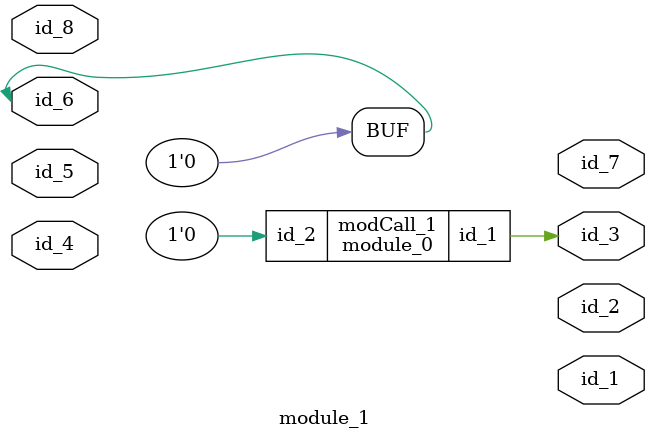
<source format=v>
module module_0 (
    id_1,
    id_2
);
  input wire id_2;
  output wor id_1;
  assign id_1 = -1;
endmodule
module module_1 (
    id_1,
    id_2,
    id_3,
    id_4,
    id_5,
    id_6,
    id_7,
    id_8
);
  input wire id_8;
  output wire id_7;
  inout wor id_6;
  input wire id_5;
  inout wire id_4;
  module_0 modCall_1 (
      id_3,
      id_6
  );
  output wire id_3;
  output wire id_2;
  output wire id_1;
  wire id_9;
  wire id_10;
  assign id_6 = -1'h0;
endmodule

</source>
